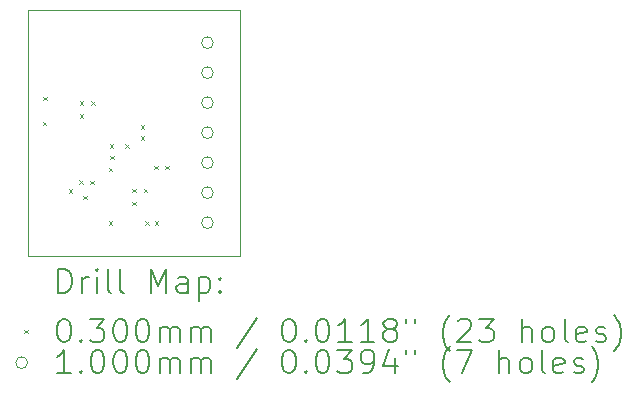
<source format=gbr>
%TF.GenerationSoftware,KiCad,Pcbnew,9.0.4*%
%TF.CreationDate,2025-09-29T17:11:03+02:00*%
%TF.ProjectId,icm_20948_breakout,69636d5f-3230-4393-9438-5f627265616b,rev?*%
%TF.SameCoordinates,Original*%
%TF.FileFunction,Drillmap*%
%TF.FilePolarity,Positive*%
%FSLAX45Y45*%
G04 Gerber Fmt 4.5, Leading zero omitted, Abs format (unit mm)*
G04 Created by KiCad (PCBNEW 9.0.4) date 2025-09-29 17:11:03*
%MOMM*%
%LPD*%
G01*
G04 APERTURE LIST*
%ADD10C,0.050000*%
%ADD11C,0.200000*%
%ADD12C,0.100000*%
G04 APERTURE END LIST*
D10*
X12100000Y-7550000D02*
X13900000Y-7550000D01*
X13900000Y-9630000D01*
X12100000Y-9630000D01*
X12100000Y-7550000D01*
D11*
D12*
X12225000Y-8495000D02*
X12255000Y-8525000D01*
X12255000Y-8495000D02*
X12225000Y-8525000D01*
X12229000Y-8285000D02*
X12259000Y-8315000D01*
X12259000Y-8285000D02*
X12229000Y-8315000D01*
X12444745Y-9068184D02*
X12474745Y-9098184D01*
X12474745Y-9068184D02*
X12444745Y-9098184D01*
X12536719Y-8993281D02*
X12566719Y-9023281D01*
X12566719Y-8993281D02*
X12536719Y-9023281D01*
X12539000Y-8325000D02*
X12569000Y-8355000D01*
X12569000Y-8325000D02*
X12539000Y-8355000D01*
X12539000Y-8435000D02*
X12569000Y-8465000D01*
X12569000Y-8435000D02*
X12539000Y-8465000D01*
X12567000Y-9125000D02*
X12597000Y-9155000D01*
X12597000Y-9125000D02*
X12567000Y-9155000D01*
X12626142Y-8996000D02*
X12656142Y-9026000D01*
X12656142Y-8996000D02*
X12626142Y-9026000D01*
X12635000Y-8325000D02*
X12665000Y-8355000D01*
X12665000Y-8325000D02*
X12635000Y-8355000D01*
X12785000Y-8885000D02*
X12815000Y-8915000D01*
X12815000Y-8885000D02*
X12785000Y-8915000D01*
X12785000Y-9337000D02*
X12815000Y-9367000D01*
X12815000Y-9337000D02*
X12785000Y-9367000D01*
X12792850Y-8687000D02*
X12822850Y-8717000D01*
X12822850Y-8687000D02*
X12792850Y-8717000D01*
X12795000Y-8783000D02*
X12825000Y-8813000D01*
X12825000Y-8783000D02*
X12795000Y-8813000D01*
X12922850Y-8687000D02*
X12952850Y-8717000D01*
X12952850Y-8687000D02*
X12922850Y-8717000D01*
X12985000Y-9065000D02*
X13015000Y-9095000D01*
X13015000Y-9065000D02*
X12985000Y-9095000D01*
X12985000Y-9175000D02*
X13015000Y-9205000D01*
X13015000Y-9175000D02*
X12985000Y-9205000D01*
X13055000Y-8525000D02*
X13085000Y-8555000D01*
X13085000Y-8525000D02*
X13055000Y-8555000D01*
X13055000Y-8621000D02*
X13085000Y-8651000D01*
X13085000Y-8621000D02*
X13055000Y-8651000D01*
X13081000Y-9065000D02*
X13111000Y-9095000D01*
X13111000Y-9065000D02*
X13081000Y-9095000D01*
X13095000Y-9337000D02*
X13125000Y-9367000D01*
X13125000Y-9337000D02*
X13095000Y-9367000D01*
X13169000Y-8867500D02*
X13199000Y-8897500D01*
X13199000Y-8867500D02*
X13169000Y-8897500D01*
X13175000Y-9337000D02*
X13205000Y-9367000D01*
X13205000Y-9337000D02*
X13175000Y-9367000D01*
X13265000Y-8867500D02*
X13295000Y-8897500D01*
X13295000Y-8867500D02*
X13265000Y-8897500D01*
X13670000Y-7828000D02*
G75*
G02*
X13570000Y-7828000I-50000J0D01*
G01*
X13570000Y-7828000D02*
G75*
G02*
X13670000Y-7828000I50000J0D01*
G01*
X13670000Y-8082000D02*
G75*
G02*
X13570000Y-8082000I-50000J0D01*
G01*
X13570000Y-8082000D02*
G75*
G02*
X13670000Y-8082000I50000J0D01*
G01*
X13670000Y-8336000D02*
G75*
G02*
X13570000Y-8336000I-50000J0D01*
G01*
X13570000Y-8336000D02*
G75*
G02*
X13670000Y-8336000I50000J0D01*
G01*
X13670000Y-8590000D02*
G75*
G02*
X13570000Y-8590000I-50000J0D01*
G01*
X13570000Y-8590000D02*
G75*
G02*
X13670000Y-8590000I50000J0D01*
G01*
X13670000Y-8844000D02*
G75*
G02*
X13570000Y-8844000I-50000J0D01*
G01*
X13570000Y-8844000D02*
G75*
G02*
X13670000Y-8844000I50000J0D01*
G01*
X13670000Y-9098000D02*
G75*
G02*
X13570000Y-9098000I-50000J0D01*
G01*
X13570000Y-9098000D02*
G75*
G02*
X13670000Y-9098000I50000J0D01*
G01*
X13670000Y-9352000D02*
G75*
G02*
X13570000Y-9352000I-50000J0D01*
G01*
X13570000Y-9352000D02*
G75*
G02*
X13670000Y-9352000I50000J0D01*
G01*
D11*
X12358277Y-9943984D02*
X12358277Y-9743984D01*
X12358277Y-9743984D02*
X12405896Y-9743984D01*
X12405896Y-9743984D02*
X12434467Y-9753508D01*
X12434467Y-9753508D02*
X12453515Y-9772555D01*
X12453515Y-9772555D02*
X12463039Y-9791603D01*
X12463039Y-9791603D02*
X12472562Y-9829698D01*
X12472562Y-9829698D02*
X12472562Y-9858270D01*
X12472562Y-9858270D02*
X12463039Y-9896365D01*
X12463039Y-9896365D02*
X12453515Y-9915412D01*
X12453515Y-9915412D02*
X12434467Y-9934460D01*
X12434467Y-9934460D02*
X12405896Y-9943984D01*
X12405896Y-9943984D02*
X12358277Y-9943984D01*
X12558277Y-9943984D02*
X12558277Y-9810650D01*
X12558277Y-9848746D02*
X12567801Y-9829698D01*
X12567801Y-9829698D02*
X12577324Y-9820174D01*
X12577324Y-9820174D02*
X12596372Y-9810650D01*
X12596372Y-9810650D02*
X12615420Y-9810650D01*
X12682086Y-9943984D02*
X12682086Y-9810650D01*
X12682086Y-9743984D02*
X12672562Y-9753508D01*
X12672562Y-9753508D02*
X12682086Y-9763031D01*
X12682086Y-9763031D02*
X12691610Y-9753508D01*
X12691610Y-9753508D02*
X12682086Y-9743984D01*
X12682086Y-9743984D02*
X12682086Y-9763031D01*
X12805896Y-9943984D02*
X12786848Y-9934460D01*
X12786848Y-9934460D02*
X12777324Y-9915412D01*
X12777324Y-9915412D02*
X12777324Y-9743984D01*
X12910658Y-9943984D02*
X12891610Y-9934460D01*
X12891610Y-9934460D02*
X12882086Y-9915412D01*
X12882086Y-9915412D02*
X12882086Y-9743984D01*
X13139229Y-9943984D02*
X13139229Y-9743984D01*
X13139229Y-9743984D02*
X13205896Y-9886841D01*
X13205896Y-9886841D02*
X13272562Y-9743984D01*
X13272562Y-9743984D02*
X13272562Y-9943984D01*
X13453515Y-9943984D02*
X13453515Y-9839222D01*
X13453515Y-9839222D02*
X13443991Y-9820174D01*
X13443991Y-9820174D02*
X13424943Y-9810650D01*
X13424943Y-9810650D02*
X13386848Y-9810650D01*
X13386848Y-9810650D02*
X13367801Y-9820174D01*
X13453515Y-9934460D02*
X13434467Y-9943984D01*
X13434467Y-9943984D02*
X13386848Y-9943984D01*
X13386848Y-9943984D02*
X13367801Y-9934460D01*
X13367801Y-9934460D02*
X13358277Y-9915412D01*
X13358277Y-9915412D02*
X13358277Y-9896365D01*
X13358277Y-9896365D02*
X13367801Y-9877317D01*
X13367801Y-9877317D02*
X13386848Y-9867793D01*
X13386848Y-9867793D02*
X13434467Y-9867793D01*
X13434467Y-9867793D02*
X13453515Y-9858270D01*
X13548753Y-9810650D02*
X13548753Y-10010650D01*
X13548753Y-9820174D02*
X13567801Y-9810650D01*
X13567801Y-9810650D02*
X13605896Y-9810650D01*
X13605896Y-9810650D02*
X13624943Y-9820174D01*
X13624943Y-9820174D02*
X13634467Y-9829698D01*
X13634467Y-9829698D02*
X13643991Y-9848746D01*
X13643991Y-9848746D02*
X13643991Y-9905889D01*
X13643991Y-9905889D02*
X13634467Y-9924936D01*
X13634467Y-9924936D02*
X13624943Y-9934460D01*
X13624943Y-9934460D02*
X13605896Y-9943984D01*
X13605896Y-9943984D02*
X13567801Y-9943984D01*
X13567801Y-9943984D02*
X13548753Y-9934460D01*
X13729705Y-9924936D02*
X13739229Y-9934460D01*
X13739229Y-9934460D02*
X13729705Y-9943984D01*
X13729705Y-9943984D02*
X13720182Y-9934460D01*
X13720182Y-9934460D02*
X13729705Y-9924936D01*
X13729705Y-9924936D02*
X13729705Y-9943984D01*
X13729705Y-9820174D02*
X13739229Y-9829698D01*
X13739229Y-9829698D02*
X13729705Y-9839222D01*
X13729705Y-9839222D02*
X13720182Y-9829698D01*
X13720182Y-9829698D02*
X13729705Y-9820174D01*
X13729705Y-9820174D02*
X13729705Y-9839222D01*
D12*
X12067500Y-10257500D02*
X12097500Y-10287500D01*
X12097500Y-10257500D02*
X12067500Y-10287500D01*
D11*
X12396372Y-10163984D02*
X12415420Y-10163984D01*
X12415420Y-10163984D02*
X12434467Y-10173508D01*
X12434467Y-10173508D02*
X12443991Y-10183031D01*
X12443991Y-10183031D02*
X12453515Y-10202079D01*
X12453515Y-10202079D02*
X12463039Y-10240174D01*
X12463039Y-10240174D02*
X12463039Y-10287793D01*
X12463039Y-10287793D02*
X12453515Y-10325889D01*
X12453515Y-10325889D02*
X12443991Y-10344936D01*
X12443991Y-10344936D02*
X12434467Y-10354460D01*
X12434467Y-10354460D02*
X12415420Y-10363984D01*
X12415420Y-10363984D02*
X12396372Y-10363984D01*
X12396372Y-10363984D02*
X12377324Y-10354460D01*
X12377324Y-10354460D02*
X12367801Y-10344936D01*
X12367801Y-10344936D02*
X12358277Y-10325889D01*
X12358277Y-10325889D02*
X12348753Y-10287793D01*
X12348753Y-10287793D02*
X12348753Y-10240174D01*
X12348753Y-10240174D02*
X12358277Y-10202079D01*
X12358277Y-10202079D02*
X12367801Y-10183031D01*
X12367801Y-10183031D02*
X12377324Y-10173508D01*
X12377324Y-10173508D02*
X12396372Y-10163984D01*
X12548753Y-10344936D02*
X12558277Y-10354460D01*
X12558277Y-10354460D02*
X12548753Y-10363984D01*
X12548753Y-10363984D02*
X12539229Y-10354460D01*
X12539229Y-10354460D02*
X12548753Y-10344936D01*
X12548753Y-10344936D02*
X12548753Y-10363984D01*
X12624943Y-10163984D02*
X12748753Y-10163984D01*
X12748753Y-10163984D02*
X12682086Y-10240174D01*
X12682086Y-10240174D02*
X12710658Y-10240174D01*
X12710658Y-10240174D02*
X12729705Y-10249698D01*
X12729705Y-10249698D02*
X12739229Y-10259222D01*
X12739229Y-10259222D02*
X12748753Y-10278270D01*
X12748753Y-10278270D02*
X12748753Y-10325889D01*
X12748753Y-10325889D02*
X12739229Y-10344936D01*
X12739229Y-10344936D02*
X12729705Y-10354460D01*
X12729705Y-10354460D02*
X12710658Y-10363984D01*
X12710658Y-10363984D02*
X12653515Y-10363984D01*
X12653515Y-10363984D02*
X12634467Y-10354460D01*
X12634467Y-10354460D02*
X12624943Y-10344936D01*
X12872562Y-10163984D02*
X12891610Y-10163984D01*
X12891610Y-10163984D02*
X12910658Y-10173508D01*
X12910658Y-10173508D02*
X12920182Y-10183031D01*
X12920182Y-10183031D02*
X12929705Y-10202079D01*
X12929705Y-10202079D02*
X12939229Y-10240174D01*
X12939229Y-10240174D02*
X12939229Y-10287793D01*
X12939229Y-10287793D02*
X12929705Y-10325889D01*
X12929705Y-10325889D02*
X12920182Y-10344936D01*
X12920182Y-10344936D02*
X12910658Y-10354460D01*
X12910658Y-10354460D02*
X12891610Y-10363984D01*
X12891610Y-10363984D02*
X12872562Y-10363984D01*
X12872562Y-10363984D02*
X12853515Y-10354460D01*
X12853515Y-10354460D02*
X12843991Y-10344936D01*
X12843991Y-10344936D02*
X12834467Y-10325889D01*
X12834467Y-10325889D02*
X12824943Y-10287793D01*
X12824943Y-10287793D02*
X12824943Y-10240174D01*
X12824943Y-10240174D02*
X12834467Y-10202079D01*
X12834467Y-10202079D02*
X12843991Y-10183031D01*
X12843991Y-10183031D02*
X12853515Y-10173508D01*
X12853515Y-10173508D02*
X12872562Y-10163984D01*
X13063039Y-10163984D02*
X13082086Y-10163984D01*
X13082086Y-10163984D02*
X13101134Y-10173508D01*
X13101134Y-10173508D02*
X13110658Y-10183031D01*
X13110658Y-10183031D02*
X13120182Y-10202079D01*
X13120182Y-10202079D02*
X13129705Y-10240174D01*
X13129705Y-10240174D02*
X13129705Y-10287793D01*
X13129705Y-10287793D02*
X13120182Y-10325889D01*
X13120182Y-10325889D02*
X13110658Y-10344936D01*
X13110658Y-10344936D02*
X13101134Y-10354460D01*
X13101134Y-10354460D02*
X13082086Y-10363984D01*
X13082086Y-10363984D02*
X13063039Y-10363984D01*
X13063039Y-10363984D02*
X13043991Y-10354460D01*
X13043991Y-10354460D02*
X13034467Y-10344936D01*
X13034467Y-10344936D02*
X13024943Y-10325889D01*
X13024943Y-10325889D02*
X13015420Y-10287793D01*
X13015420Y-10287793D02*
X13015420Y-10240174D01*
X13015420Y-10240174D02*
X13024943Y-10202079D01*
X13024943Y-10202079D02*
X13034467Y-10183031D01*
X13034467Y-10183031D02*
X13043991Y-10173508D01*
X13043991Y-10173508D02*
X13063039Y-10163984D01*
X13215420Y-10363984D02*
X13215420Y-10230650D01*
X13215420Y-10249698D02*
X13224943Y-10240174D01*
X13224943Y-10240174D02*
X13243991Y-10230650D01*
X13243991Y-10230650D02*
X13272563Y-10230650D01*
X13272563Y-10230650D02*
X13291610Y-10240174D01*
X13291610Y-10240174D02*
X13301134Y-10259222D01*
X13301134Y-10259222D02*
X13301134Y-10363984D01*
X13301134Y-10259222D02*
X13310658Y-10240174D01*
X13310658Y-10240174D02*
X13329705Y-10230650D01*
X13329705Y-10230650D02*
X13358277Y-10230650D01*
X13358277Y-10230650D02*
X13377324Y-10240174D01*
X13377324Y-10240174D02*
X13386848Y-10259222D01*
X13386848Y-10259222D02*
X13386848Y-10363984D01*
X13482086Y-10363984D02*
X13482086Y-10230650D01*
X13482086Y-10249698D02*
X13491610Y-10240174D01*
X13491610Y-10240174D02*
X13510658Y-10230650D01*
X13510658Y-10230650D02*
X13539229Y-10230650D01*
X13539229Y-10230650D02*
X13558277Y-10240174D01*
X13558277Y-10240174D02*
X13567801Y-10259222D01*
X13567801Y-10259222D02*
X13567801Y-10363984D01*
X13567801Y-10259222D02*
X13577324Y-10240174D01*
X13577324Y-10240174D02*
X13596372Y-10230650D01*
X13596372Y-10230650D02*
X13624943Y-10230650D01*
X13624943Y-10230650D02*
X13643991Y-10240174D01*
X13643991Y-10240174D02*
X13653515Y-10259222D01*
X13653515Y-10259222D02*
X13653515Y-10363984D01*
X14043991Y-10154460D02*
X13872563Y-10411603D01*
X14301134Y-10163984D02*
X14320182Y-10163984D01*
X14320182Y-10163984D02*
X14339229Y-10173508D01*
X14339229Y-10173508D02*
X14348753Y-10183031D01*
X14348753Y-10183031D02*
X14358277Y-10202079D01*
X14358277Y-10202079D02*
X14367801Y-10240174D01*
X14367801Y-10240174D02*
X14367801Y-10287793D01*
X14367801Y-10287793D02*
X14358277Y-10325889D01*
X14358277Y-10325889D02*
X14348753Y-10344936D01*
X14348753Y-10344936D02*
X14339229Y-10354460D01*
X14339229Y-10354460D02*
X14320182Y-10363984D01*
X14320182Y-10363984D02*
X14301134Y-10363984D01*
X14301134Y-10363984D02*
X14282086Y-10354460D01*
X14282086Y-10354460D02*
X14272563Y-10344936D01*
X14272563Y-10344936D02*
X14263039Y-10325889D01*
X14263039Y-10325889D02*
X14253515Y-10287793D01*
X14253515Y-10287793D02*
X14253515Y-10240174D01*
X14253515Y-10240174D02*
X14263039Y-10202079D01*
X14263039Y-10202079D02*
X14272563Y-10183031D01*
X14272563Y-10183031D02*
X14282086Y-10173508D01*
X14282086Y-10173508D02*
X14301134Y-10163984D01*
X14453515Y-10344936D02*
X14463039Y-10354460D01*
X14463039Y-10354460D02*
X14453515Y-10363984D01*
X14453515Y-10363984D02*
X14443991Y-10354460D01*
X14443991Y-10354460D02*
X14453515Y-10344936D01*
X14453515Y-10344936D02*
X14453515Y-10363984D01*
X14586848Y-10163984D02*
X14605896Y-10163984D01*
X14605896Y-10163984D02*
X14624944Y-10173508D01*
X14624944Y-10173508D02*
X14634467Y-10183031D01*
X14634467Y-10183031D02*
X14643991Y-10202079D01*
X14643991Y-10202079D02*
X14653515Y-10240174D01*
X14653515Y-10240174D02*
X14653515Y-10287793D01*
X14653515Y-10287793D02*
X14643991Y-10325889D01*
X14643991Y-10325889D02*
X14634467Y-10344936D01*
X14634467Y-10344936D02*
X14624944Y-10354460D01*
X14624944Y-10354460D02*
X14605896Y-10363984D01*
X14605896Y-10363984D02*
X14586848Y-10363984D01*
X14586848Y-10363984D02*
X14567801Y-10354460D01*
X14567801Y-10354460D02*
X14558277Y-10344936D01*
X14558277Y-10344936D02*
X14548753Y-10325889D01*
X14548753Y-10325889D02*
X14539229Y-10287793D01*
X14539229Y-10287793D02*
X14539229Y-10240174D01*
X14539229Y-10240174D02*
X14548753Y-10202079D01*
X14548753Y-10202079D02*
X14558277Y-10183031D01*
X14558277Y-10183031D02*
X14567801Y-10173508D01*
X14567801Y-10173508D02*
X14586848Y-10163984D01*
X14843991Y-10363984D02*
X14729706Y-10363984D01*
X14786848Y-10363984D02*
X14786848Y-10163984D01*
X14786848Y-10163984D02*
X14767801Y-10192555D01*
X14767801Y-10192555D02*
X14748753Y-10211603D01*
X14748753Y-10211603D02*
X14729706Y-10221127D01*
X15034467Y-10363984D02*
X14920182Y-10363984D01*
X14977325Y-10363984D02*
X14977325Y-10163984D01*
X14977325Y-10163984D02*
X14958277Y-10192555D01*
X14958277Y-10192555D02*
X14939229Y-10211603D01*
X14939229Y-10211603D02*
X14920182Y-10221127D01*
X15148753Y-10249698D02*
X15129706Y-10240174D01*
X15129706Y-10240174D02*
X15120182Y-10230650D01*
X15120182Y-10230650D02*
X15110658Y-10211603D01*
X15110658Y-10211603D02*
X15110658Y-10202079D01*
X15110658Y-10202079D02*
X15120182Y-10183031D01*
X15120182Y-10183031D02*
X15129706Y-10173508D01*
X15129706Y-10173508D02*
X15148753Y-10163984D01*
X15148753Y-10163984D02*
X15186848Y-10163984D01*
X15186848Y-10163984D02*
X15205896Y-10173508D01*
X15205896Y-10173508D02*
X15215420Y-10183031D01*
X15215420Y-10183031D02*
X15224944Y-10202079D01*
X15224944Y-10202079D02*
X15224944Y-10211603D01*
X15224944Y-10211603D02*
X15215420Y-10230650D01*
X15215420Y-10230650D02*
X15205896Y-10240174D01*
X15205896Y-10240174D02*
X15186848Y-10249698D01*
X15186848Y-10249698D02*
X15148753Y-10249698D01*
X15148753Y-10249698D02*
X15129706Y-10259222D01*
X15129706Y-10259222D02*
X15120182Y-10268746D01*
X15120182Y-10268746D02*
X15110658Y-10287793D01*
X15110658Y-10287793D02*
X15110658Y-10325889D01*
X15110658Y-10325889D02*
X15120182Y-10344936D01*
X15120182Y-10344936D02*
X15129706Y-10354460D01*
X15129706Y-10354460D02*
X15148753Y-10363984D01*
X15148753Y-10363984D02*
X15186848Y-10363984D01*
X15186848Y-10363984D02*
X15205896Y-10354460D01*
X15205896Y-10354460D02*
X15215420Y-10344936D01*
X15215420Y-10344936D02*
X15224944Y-10325889D01*
X15224944Y-10325889D02*
X15224944Y-10287793D01*
X15224944Y-10287793D02*
X15215420Y-10268746D01*
X15215420Y-10268746D02*
X15205896Y-10259222D01*
X15205896Y-10259222D02*
X15186848Y-10249698D01*
X15301134Y-10163984D02*
X15301134Y-10202079D01*
X15377325Y-10163984D02*
X15377325Y-10202079D01*
X15672563Y-10440174D02*
X15663039Y-10430650D01*
X15663039Y-10430650D02*
X15643991Y-10402079D01*
X15643991Y-10402079D02*
X15634468Y-10383031D01*
X15634468Y-10383031D02*
X15624944Y-10354460D01*
X15624944Y-10354460D02*
X15615420Y-10306841D01*
X15615420Y-10306841D02*
X15615420Y-10268746D01*
X15615420Y-10268746D02*
X15624944Y-10221127D01*
X15624944Y-10221127D02*
X15634468Y-10192555D01*
X15634468Y-10192555D02*
X15643991Y-10173508D01*
X15643991Y-10173508D02*
X15663039Y-10144936D01*
X15663039Y-10144936D02*
X15672563Y-10135412D01*
X15739229Y-10183031D02*
X15748753Y-10173508D01*
X15748753Y-10173508D02*
X15767801Y-10163984D01*
X15767801Y-10163984D02*
X15815420Y-10163984D01*
X15815420Y-10163984D02*
X15834468Y-10173508D01*
X15834468Y-10173508D02*
X15843991Y-10183031D01*
X15843991Y-10183031D02*
X15853515Y-10202079D01*
X15853515Y-10202079D02*
X15853515Y-10221127D01*
X15853515Y-10221127D02*
X15843991Y-10249698D01*
X15843991Y-10249698D02*
X15729706Y-10363984D01*
X15729706Y-10363984D02*
X15853515Y-10363984D01*
X15920182Y-10163984D02*
X16043991Y-10163984D01*
X16043991Y-10163984D02*
X15977325Y-10240174D01*
X15977325Y-10240174D02*
X16005896Y-10240174D01*
X16005896Y-10240174D02*
X16024944Y-10249698D01*
X16024944Y-10249698D02*
X16034468Y-10259222D01*
X16034468Y-10259222D02*
X16043991Y-10278270D01*
X16043991Y-10278270D02*
X16043991Y-10325889D01*
X16043991Y-10325889D02*
X16034468Y-10344936D01*
X16034468Y-10344936D02*
X16024944Y-10354460D01*
X16024944Y-10354460D02*
X16005896Y-10363984D01*
X16005896Y-10363984D02*
X15948753Y-10363984D01*
X15948753Y-10363984D02*
X15929706Y-10354460D01*
X15929706Y-10354460D02*
X15920182Y-10344936D01*
X16282087Y-10363984D02*
X16282087Y-10163984D01*
X16367801Y-10363984D02*
X16367801Y-10259222D01*
X16367801Y-10259222D02*
X16358277Y-10240174D01*
X16358277Y-10240174D02*
X16339230Y-10230650D01*
X16339230Y-10230650D02*
X16310658Y-10230650D01*
X16310658Y-10230650D02*
X16291610Y-10240174D01*
X16291610Y-10240174D02*
X16282087Y-10249698D01*
X16491610Y-10363984D02*
X16472563Y-10354460D01*
X16472563Y-10354460D02*
X16463039Y-10344936D01*
X16463039Y-10344936D02*
X16453515Y-10325889D01*
X16453515Y-10325889D02*
X16453515Y-10268746D01*
X16453515Y-10268746D02*
X16463039Y-10249698D01*
X16463039Y-10249698D02*
X16472563Y-10240174D01*
X16472563Y-10240174D02*
X16491610Y-10230650D01*
X16491610Y-10230650D02*
X16520182Y-10230650D01*
X16520182Y-10230650D02*
X16539230Y-10240174D01*
X16539230Y-10240174D02*
X16548753Y-10249698D01*
X16548753Y-10249698D02*
X16558277Y-10268746D01*
X16558277Y-10268746D02*
X16558277Y-10325889D01*
X16558277Y-10325889D02*
X16548753Y-10344936D01*
X16548753Y-10344936D02*
X16539230Y-10354460D01*
X16539230Y-10354460D02*
X16520182Y-10363984D01*
X16520182Y-10363984D02*
X16491610Y-10363984D01*
X16672563Y-10363984D02*
X16653515Y-10354460D01*
X16653515Y-10354460D02*
X16643991Y-10335412D01*
X16643991Y-10335412D02*
X16643991Y-10163984D01*
X16824944Y-10354460D02*
X16805896Y-10363984D01*
X16805896Y-10363984D02*
X16767801Y-10363984D01*
X16767801Y-10363984D02*
X16748753Y-10354460D01*
X16748753Y-10354460D02*
X16739230Y-10335412D01*
X16739230Y-10335412D02*
X16739230Y-10259222D01*
X16739230Y-10259222D02*
X16748753Y-10240174D01*
X16748753Y-10240174D02*
X16767801Y-10230650D01*
X16767801Y-10230650D02*
X16805896Y-10230650D01*
X16805896Y-10230650D02*
X16824944Y-10240174D01*
X16824944Y-10240174D02*
X16834468Y-10259222D01*
X16834468Y-10259222D02*
X16834468Y-10278270D01*
X16834468Y-10278270D02*
X16739230Y-10297317D01*
X16910658Y-10354460D02*
X16929706Y-10363984D01*
X16929706Y-10363984D02*
X16967801Y-10363984D01*
X16967801Y-10363984D02*
X16986849Y-10354460D01*
X16986849Y-10354460D02*
X16996373Y-10335412D01*
X16996373Y-10335412D02*
X16996373Y-10325889D01*
X16996373Y-10325889D02*
X16986849Y-10306841D01*
X16986849Y-10306841D02*
X16967801Y-10297317D01*
X16967801Y-10297317D02*
X16939230Y-10297317D01*
X16939230Y-10297317D02*
X16920182Y-10287793D01*
X16920182Y-10287793D02*
X16910658Y-10268746D01*
X16910658Y-10268746D02*
X16910658Y-10259222D01*
X16910658Y-10259222D02*
X16920182Y-10240174D01*
X16920182Y-10240174D02*
X16939230Y-10230650D01*
X16939230Y-10230650D02*
X16967801Y-10230650D01*
X16967801Y-10230650D02*
X16986849Y-10240174D01*
X17063039Y-10440174D02*
X17072563Y-10430650D01*
X17072563Y-10430650D02*
X17091611Y-10402079D01*
X17091611Y-10402079D02*
X17101134Y-10383031D01*
X17101134Y-10383031D02*
X17110658Y-10354460D01*
X17110658Y-10354460D02*
X17120182Y-10306841D01*
X17120182Y-10306841D02*
X17120182Y-10268746D01*
X17120182Y-10268746D02*
X17110658Y-10221127D01*
X17110658Y-10221127D02*
X17101134Y-10192555D01*
X17101134Y-10192555D02*
X17091611Y-10173508D01*
X17091611Y-10173508D02*
X17072563Y-10144936D01*
X17072563Y-10144936D02*
X17063039Y-10135412D01*
D12*
X12097500Y-10536500D02*
G75*
G02*
X11997500Y-10536500I-50000J0D01*
G01*
X11997500Y-10536500D02*
G75*
G02*
X12097500Y-10536500I50000J0D01*
G01*
D11*
X12463039Y-10627984D02*
X12348753Y-10627984D01*
X12405896Y-10627984D02*
X12405896Y-10427984D01*
X12405896Y-10427984D02*
X12386848Y-10456555D01*
X12386848Y-10456555D02*
X12367801Y-10475603D01*
X12367801Y-10475603D02*
X12348753Y-10485127D01*
X12548753Y-10608936D02*
X12558277Y-10618460D01*
X12558277Y-10618460D02*
X12548753Y-10627984D01*
X12548753Y-10627984D02*
X12539229Y-10618460D01*
X12539229Y-10618460D02*
X12548753Y-10608936D01*
X12548753Y-10608936D02*
X12548753Y-10627984D01*
X12682086Y-10427984D02*
X12701134Y-10427984D01*
X12701134Y-10427984D02*
X12720182Y-10437508D01*
X12720182Y-10437508D02*
X12729705Y-10447031D01*
X12729705Y-10447031D02*
X12739229Y-10466079D01*
X12739229Y-10466079D02*
X12748753Y-10504174D01*
X12748753Y-10504174D02*
X12748753Y-10551793D01*
X12748753Y-10551793D02*
X12739229Y-10589889D01*
X12739229Y-10589889D02*
X12729705Y-10608936D01*
X12729705Y-10608936D02*
X12720182Y-10618460D01*
X12720182Y-10618460D02*
X12701134Y-10627984D01*
X12701134Y-10627984D02*
X12682086Y-10627984D01*
X12682086Y-10627984D02*
X12663039Y-10618460D01*
X12663039Y-10618460D02*
X12653515Y-10608936D01*
X12653515Y-10608936D02*
X12643991Y-10589889D01*
X12643991Y-10589889D02*
X12634467Y-10551793D01*
X12634467Y-10551793D02*
X12634467Y-10504174D01*
X12634467Y-10504174D02*
X12643991Y-10466079D01*
X12643991Y-10466079D02*
X12653515Y-10447031D01*
X12653515Y-10447031D02*
X12663039Y-10437508D01*
X12663039Y-10437508D02*
X12682086Y-10427984D01*
X12872562Y-10427984D02*
X12891610Y-10427984D01*
X12891610Y-10427984D02*
X12910658Y-10437508D01*
X12910658Y-10437508D02*
X12920182Y-10447031D01*
X12920182Y-10447031D02*
X12929705Y-10466079D01*
X12929705Y-10466079D02*
X12939229Y-10504174D01*
X12939229Y-10504174D02*
X12939229Y-10551793D01*
X12939229Y-10551793D02*
X12929705Y-10589889D01*
X12929705Y-10589889D02*
X12920182Y-10608936D01*
X12920182Y-10608936D02*
X12910658Y-10618460D01*
X12910658Y-10618460D02*
X12891610Y-10627984D01*
X12891610Y-10627984D02*
X12872562Y-10627984D01*
X12872562Y-10627984D02*
X12853515Y-10618460D01*
X12853515Y-10618460D02*
X12843991Y-10608936D01*
X12843991Y-10608936D02*
X12834467Y-10589889D01*
X12834467Y-10589889D02*
X12824943Y-10551793D01*
X12824943Y-10551793D02*
X12824943Y-10504174D01*
X12824943Y-10504174D02*
X12834467Y-10466079D01*
X12834467Y-10466079D02*
X12843991Y-10447031D01*
X12843991Y-10447031D02*
X12853515Y-10437508D01*
X12853515Y-10437508D02*
X12872562Y-10427984D01*
X13063039Y-10427984D02*
X13082086Y-10427984D01*
X13082086Y-10427984D02*
X13101134Y-10437508D01*
X13101134Y-10437508D02*
X13110658Y-10447031D01*
X13110658Y-10447031D02*
X13120182Y-10466079D01*
X13120182Y-10466079D02*
X13129705Y-10504174D01*
X13129705Y-10504174D02*
X13129705Y-10551793D01*
X13129705Y-10551793D02*
X13120182Y-10589889D01*
X13120182Y-10589889D02*
X13110658Y-10608936D01*
X13110658Y-10608936D02*
X13101134Y-10618460D01*
X13101134Y-10618460D02*
X13082086Y-10627984D01*
X13082086Y-10627984D02*
X13063039Y-10627984D01*
X13063039Y-10627984D02*
X13043991Y-10618460D01*
X13043991Y-10618460D02*
X13034467Y-10608936D01*
X13034467Y-10608936D02*
X13024943Y-10589889D01*
X13024943Y-10589889D02*
X13015420Y-10551793D01*
X13015420Y-10551793D02*
X13015420Y-10504174D01*
X13015420Y-10504174D02*
X13024943Y-10466079D01*
X13024943Y-10466079D02*
X13034467Y-10447031D01*
X13034467Y-10447031D02*
X13043991Y-10437508D01*
X13043991Y-10437508D02*
X13063039Y-10427984D01*
X13215420Y-10627984D02*
X13215420Y-10494650D01*
X13215420Y-10513698D02*
X13224943Y-10504174D01*
X13224943Y-10504174D02*
X13243991Y-10494650D01*
X13243991Y-10494650D02*
X13272563Y-10494650D01*
X13272563Y-10494650D02*
X13291610Y-10504174D01*
X13291610Y-10504174D02*
X13301134Y-10523222D01*
X13301134Y-10523222D02*
X13301134Y-10627984D01*
X13301134Y-10523222D02*
X13310658Y-10504174D01*
X13310658Y-10504174D02*
X13329705Y-10494650D01*
X13329705Y-10494650D02*
X13358277Y-10494650D01*
X13358277Y-10494650D02*
X13377324Y-10504174D01*
X13377324Y-10504174D02*
X13386848Y-10523222D01*
X13386848Y-10523222D02*
X13386848Y-10627984D01*
X13482086Y-10627984D02*
X13482086Y-10494650D01*
X13482086Y-10513698D02*
X13491610Y-10504174D01*
X13491610Y-10504174D02*
X13510658Y-10494650D01*
X13510658Y-10494650D02*
X13539229Y-10494650D01*
X13539229Y-10494650D02*
X13558277Y-10504174D01*
X13558277Y-10504174D02*
X13567801Y-10523222D01*
X13567801Y-10523222D02*
X13567801Y-10627984D01*
X13567801Y-10523222D02*
X13577324Y-10504174D01*
X13577324Y-10504174D02*
X13596372Y-10494650D01*
X13596372Y-10494650D02*
X13624943Y-10494650D01*
X13624943Y-10494650D02*
X13643991Y-10504174D01*
X13643991Y-10504174D02*
X13653515Y-10523222D01*
X13653515Y-10523222D02*
X13653515Y-10627984D01*
X14043991Y-10418460D02*
X13872563Y-10675603D01*
X14301134Y-10427984D02*
X14320182Y-10427984D01*
X14320182Y-10427984D02*
X14339229Y-10437508D01*
X14339229Y-10437508D02*
X14348753Y-10447031D01*
X14348753Y-10447031D02*
X14358277Y-10466079D01*
X14358277Y-10466079D02*
X14367801Y-10504174D01*
X14367801Y-10504174D02*
X14367801Y-10551793D01*
X14367801Y-10551793D02*
X14358277Y-10589889D01*
X14358277Y-10589889D02*
X14348753Y-10608936D01*
X14348753Y-10608936D02*
X14339229Y-10618460D01*
X14339229Y-10618460D02*
X14320182Y-10627984D01*
X14320182Y-10627984D02*
X14301134Y-10627984D01*
X14301134Y-10627984D02*
X14282086Y-10618460D01*
X14282086Y-10618460D02*
X14272563Y-10608936D01*
X14272563Y-10608936D02*
X14263039Y-10589889D01*
X14263039Y-10589889D02*
X14253515Y-10551793D01*
X14253515Y-10551793D02*
X14253515Y-10504174D01*
X14253515Y-10504174D02*
X14263039Y-10466079D01*
X14263039Y-10466079D02*
X14272563Y-10447031D01*
X14272563Y-10447031D02*
X14282086Y-10437508D01*
X14282086Y-10437508D02*
X14301134Y-10427984D01*
X14453515Y-10608936D02*
X14463039Y-10618460D01*
X14463039Y-10618460D02*
X14453515Y-10627984D01*
X14453515Y-10627984D02*
X14443991Y-10618460D01*
X14443991Y-10618460D02*
X14453515Y-10608936D01*
X14453515Y-10608936D02*
X14453515Y-10627984D01*
X14586848Y-10427984D02*
X14605896Y-10427984D01*
X14605896Y-10427984D02*
X14624944Y-10437508D01*
X14624944Y-10437508D02*
X14634467Y-10447031D01*
X14634467Y-10447031D02*
X14643991Y-10466079D01*
X14643991Y-10466079D02*
X14653515Y-10504174D01*
X14653515Y-10504174D02*
X14653515Y-10551793D01*
X14653515Y-10551793D02*
X14643991Y-10589889D01*
X14643991Y-10589889D02*
X14634467Y-10608936D01*
X14634467Y-10608936D02*
X14624944Y-10618460D01*
X14624944Y-10618460D02*
X14605896Y-10627984D01*
X14605896Y-10627984D02*
X14586848Y-10627984D01*
X14586848Y-10627984D02*
X14567801Y-10618460D01*
X14567801Y-10618460D02*
X14558277Y-10608936D01*
X14558277Y-10608936D02*
X14548753Y-10589889D01*
X14548753Y-10589889D02*
X14539229Y-10551793D01*
X14539229Y-10551793D02*
X14539229Y-10504174D01*
X14539229Y-10504174D02*
X14548753Y-10466079D01*
X14548753Y-10466079D02*
X14558277Y-10447031D01*
X14558277Y-10447031D02*
X14567801Y-10437508D01*
X14567801Y-10437508D02*
X14586848Y-10427984D01*
X14720182Y-10427984D02*
X14843991Y-10427984D01*
X14843991Y-10427984D02*
X14777325Y-10504174D01*
X14777325Y-10504174D02*
X14805896Y-10504174D01*
X14805896Y-10504174D02*
X14824944Y-10513698D01*
X14824944Y-10513698D02*
X14834467Y-10523222D01*
X14834467Y-10523222D02*
X14843991Y-10542270D01*
X14843991Y-10542270D02*
X14843991Y-10589889D01*
X14843991Y-10589889D02*
X14834467Y-10608936D01*
X14834467Y-10608936D02*
X14824944Y-10618460D01*
X14824944Y-10618460D02*
X14805896Y-10627984D01*
X14805896Y-10627984D02*
X14748753Y-10627984D01*
X14748753Y-10627984D02*
X14729706Y-10618460D01*
X14729706Y-10618460D02*
X14720182Y-10608936D01*
X14939229Y-10627984D02*
X14977325Y-10627984D01*
X14977325Y-10627984D02*
X14996372Y-10618460D01*
X14996372Y-10618460D02*
X15005896Y-10608936D01*
X15005896Y-10608936D02*
X15024944Y-10580365D01*
X15024944Y-10580365D02*
X15034467Y-10542270D01*
X15034467Y-10542270D02*
X15034467Y-10466079D01*
X15034467Y-10466079D02*
X15024944Y-10447031D01*
X15024944Y-10447031D02*
X15015420Y-10437508D01*
X15015420Y-10437508D02*
X14996372Y-10427984D01*
X14996372Y-10427984D02*
X14958277Y-10427984D01*
X14958277Y-10427984D02*
X14939229Y-10437508D01*
X14939229Y-10437508D02*
X14929706Y-10447031D01*
X14929706Y-10447031D02*
X14920182Y-10466079D01*
X14920182Y-10466079D02*
X14920182Y-10513698D01*
X14920182Y-10513698D02*
X14929706Y-10532746D01*
X14929706Y-10532746D02*
X14939229Y-10542270D01*
X14939229Y-10542270D02*
X14958277Y-10551793D01*
X14958277Y-10551793D02*
X14996372Y-10551793D01*
X14996372Y-10551793D02*
X15015420Y-10542270D01*
X15015420Y-10542270D02*
X15024944Y-10532746D01*
X15024944Y-10532746D02*
X15034467Y-10513698D01*
X15205896Y-10494650D02*
X15205896Y-10627984D01*
X15158277Y-10418460D02*
X15110658Y-10561317D01*
X15110658Y-10561317D02*
X15234467Y-10561317D01*
X15301134Y-10427984D02*
X15301134Y-10466079D01*
X15377325Y-10427984D02*
X15377325Y-10466079D01*
X15672563Y-10704174D02*
X15663039Y-10694650D01*
X15663039Y-10694650D02*
X15643991Y-10666079D01*
X15643991Y-10666079D02*
X15634468Y-10647031D01*
X15634468Y-10647031D02*
X15624944Y-10618460D01*
X15624944Y-10618460D02*
X15615420Y-10570841D01*
X15615420Y-10570841D02*
X15615420Y-10532746D01*
X15615420Y-10532746D02*
X15624944Y-10485127D01*
X15624944Y-10485127D02*
X15634468Y-10456555D01*
X15634468Y-10456555D02*
X15643991Y-10437508D01*
X15643991Y-10437508D02*
X15663039Y-10408936D01*
X15663039Y-10408936D02*
X15672563Y-10399412D01*
X15729706Y-10427984D02*
X15863039Y-10427984D01*
X15863039Y-10427984D02*
X15777325Y-10627984D01*
X16091610Y-10627984D02*
X16091610Y-10427984D01*
X16177325Y-10627984D02*
X16177325Y-10523222D01*
X16177325Y-10523222D02*
X16167801Y-10504174D01*
X16167801Y-10504174D02*
X16148753Y-10494650D01*
X16148753Y-10494650D02*
X16120182Y-10494650D01*
X16120182Y-10494650D02*
X16101134Y-10504174D01*
X16101134Y-10504174D02*
X16091610Y-10513698D01*
X16301134Y-10627984D02*
X16282087Y-10618460D01*
X16282087Y-10618460D02*
X16272563Y-10608936D01*
X16272563Y-10608936D02*
X16263039Y-10589889D01*
X16263039Y-10589889D02*
X16263039Y-10532746D01*
X16263039Y-10532746D02*
X16272563Y-10513698D01*
X16272563Y-10513698D02*
X16282087Y-10504174D01*
X16282087Y-10504174D02*
X16301134Y-10494650D01*
X16301134Y-10494650D02*
X16329706Y-10494650D01*
X16329706Y-10494650D02*
X16348753Y-10504174D01*
X16348753Y-10504174D02*
X16358277Y-10513698D01*
X16358277Y-10513698D02*
X16367801Y-10532746D01*
X16367801Y-10532746D02*
X16367801Y-10589889D01*
X16367801Y-10589889D02*
X16358277Y-10608936D01*
X16358277Y-10608936D02*
X16348753Y-10618460D01*
X16348753Y-10618460D02*
X16329706Y-10627984D01*
X16329706Y-10627984D02*
X16301134Y-10627984D01*
X16482087Y-10627984D02*
X16463039Y-10618460D01*
X16463039Y-10618460D02*
X16453515Y-10599412D01*
X16453515Y-10599412D02*
X16453515Y-10427984D01*
X16634468Y-10618460D02*
X16615420Y-10627984D01*
X16615420Y-10627984D02*
X16577325Y-10627984D01*
X16577325Y-10627984D02*
X16558277Y-10618460D01*
X16558277Y-10618460D02*
X16548753Y-10599412D01*
X16548753Y-10599412D02*
X16548753Y-10523222D01*
X16548753Y-10523222D02*
X16558277Y-10504174D01*
X16558277Y-10504174D02*
X16577325Y-10494650D01*
X16577325Y-10494650D02*
X16615420Y-10494650D01*
X16615420Y-10494650D02*
X16634468Y-10504174D01*
X16634468Y-10504174D02*
X16643991Y-10523222D01*
X16643991Y-10523222D02*
X16643991Y-10542270D01*
X16643991Y-10542270D02*
X16548753Y-10561317D01*
X16720182Y-10618460D02*
X16739230Y-10627984D01*
X16739230Y-10627984D02*
X16777325Y-10627984D01*
X16777325Y-10627984D02*
X16796373Y-10618460D01*
X16796373Y-10618460D02*
X16805896Y-10599412D01*
X16805896Y-10599412D02*
X16805896Y-10589889D01*
X16805896Y-10589889D02*
X16796373Y-10570841D01*
X16796373Y-10570841D02*
X16777325Y-10561317D01*
X16777325Y-10561317D02*
X16748753Y-10561317D01*
X16748753Y-10561317D02*
X16729706Y-10551793D01*
X16729706Y-10551793D02*
X16720182Y-10532746D01*
X16720182Y-10532746D02*
X16720182Y-10523222D01*
X16720182Y-10523222D02*
X16729706Y-10504174D01*
X16729706Y-10504174D02*
X16748753Y-10494650D01*
X16748753Y-10494650D02*
X16777325Y-10494650D01*
X16777325Y-10494650D02*
X16796373Y-10504174D01*
X16872563Y-10704174D02*
X16882087Y-10694650D01*
X16882087Y-10694650D02*
X16901134Y-10666079D01*
X16901134Y-10666079D02*
X16910658Y-10647031D01*
X16910658Y-10647031D02*
X16920182Y-10618460D01*
X16920182Y-10618460D02*
X16929706Y-10570841D01*
X16929706Y-10570841D02*
X16929706Y-10532746D01*
X16929706Y-10532746D02*
X16920182Y-10485127D01*
X16920182Y-10485127D02*
X16910658Y-10456555D01*
X16910658Y-10456555D02*
X16901134Y-10437508D01*
X16901134Y-10437508D02*
X16882087Y-10408936D01*
X16882087Y-10408936D02*
X16872563Y-10399412D01*
M02*

</source>
